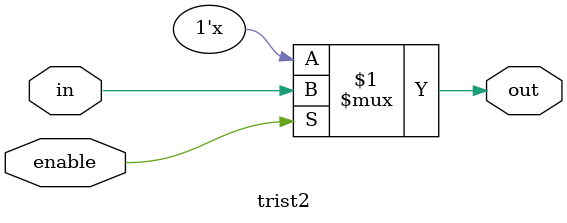
<source format=v>
module trist2(out , in , enable );
	output out ; 
	input in , enable ;
	//buff1 是一个三态驱动器原件
	//具体名字是mybuf 
	//这种引用现成原件或模块的做法叫做实例化或者实例引用
	bufif1 mybuf(out , in , enable );
endmodule 

</source>
